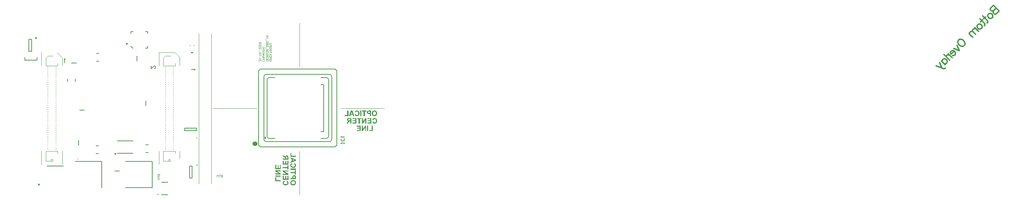
<source format=gbo>
G04 Layer_Color=32896*
%FSAX24Y24*%
%MOIN*%
G70*
G01*
G75*
%ADD10C,0.0049*%
%ADD65C,0.0079*%
%ADD68C,0.0039*%
%ADD70C,0.0394*%
%ADD71C,0.0098*%
%ADD72C,0.0059*%
%ADD78C,0.0100*%
%ADD79C,0.0120*%
G36*
X035319Y013010D02*
X035299Y013004D01*
X035282Y012998D01*
X035269Y012991D01*
X035257Y012984D01*
X035248Y012978D01*
X035242Y012973D01*
X035239Y012969D01*
X035237Y012968D01*
X035229Y012956D01*
X035223Y012944D01*
X035218Y012933D01*
X035215Y012923D01*
X035213Y012913D01*
X035213Y012905D01*
X035212Y012902D01*
Y012900D01*
Y012899D01*
Y012898D01*
X035213Y012888D01*
X035213Y012879D01*
X035218Y012861D01*
X035224Y012846D01*
X035232Y012834D01*
X035239Y012823D01*
X035245Y012816D01*
X035248Y012813D01*
X035250Y012811D01*
X035251Y012810D01*
X035252Y012810D01*
X035260Y012804D01*
X035269Y012799D01*
X035280Y012794D01*
X035291Y012790D01*
X035313Y012784D01*
X035336Y012780D01*
X035347Y012778D01*
X035356Y012777D01*
X035366Y012776D01*
X035374D01*
X035379Y012775D01*
X035389D01*
X035406Y012776D01*
X035421Y012777D01*
X035435Y012778D01*
X035448Y012780D01*
X035460Y012783D01*
X035471Y012786D01*
X035480Y012789D01*
X035489Y012793D01*
X035496Y012796D01*
X035503Y012799D01*
X035508Y012802D01*
X035512Y012804D01*
X035516Y012807D01*
X035518Y012808D01*
X035519Y012810D01*
X035520D01*
X035527Y012816D01*
X035534Y012823D01*
X035539Y012831D01*
X035543Y012839D01*
X035551Y012854D01*
X035556Y012869D01*
X035559Y012881D01*
X035560Y012887D01*
X035560Y012891D01*
X035561Y012896D01*
Y012898D01*
Y012900D01*
Y012901D01*
X035560Y012915D01*
X035557Y012928D01*
X035554Y012940D01*
X035549Y012950D01*
X035545Y012958D01*
X035541Y012964D01*
X035538Y012968D01*
X035538Y012969D01*
X035529Y012979D01*
X035519Y012987D01*
X035508Y012994D01*
X035498Y012999D01*
X035490Y013003D01*
X035483Y013005D01*
X035480Y013006D01*
X035478D01*
X035477Y013007D01*
X035476D01*
X035500Y013108D01*
X035522Y013100D01*
X035540Y013092D01*
X035556Y013084D01*
X035569Y013076D01*
X035579Y013068D01*
X035584Y013065D01*
X035587Y013062D01*
X035589Y013060D01*
X035592Y013057D01*
X035593Y013057D01*
Y013056D01*
X035603Y013045D01*
X035611Y013033D01*
X035619Y013021D01*
X035624Y013009D01*
X035630Y012995D01*
X035635Y012983D01*
X035638Y012971D01*
X035641Y012959D01*
X035643Y012948D01*
X035645Y012938D01*
X035646Y012929D01*
X035647Y012921D01*
X035648Y012915D01*
Y012910D01*
Y012907D01*
Y012906D01*
X035647Y012887D01*
X035645Y012868D01*
X035641Y012851D01*
X035637Y012834D01*
X035632Y012820D01*
X035626Y012805D01*
X035619Y012793D01*
X035613Y012781D01*
X035606Y012770D01*
X035600Y012761D01*
X035594Y012753D01*
X035589Y012747D01*
X035584Y012742D01*
X035581Y012738D01*
X035578Y012736D01*
X035578Y012735D01*
X035564Y012724D01*
X035549Y012714D01*
X035534Y012705D01*
X035518Y012698D01*
X035501Y012691D01*
X035485Y012686D01*
X035469Y012682D01*
X035454Y012678D01*
X035438Y012675D01*
X035425Y012674D01*
X035413Y012672D01*
X035403Y012671D01*
X035394D01*
X035387Y012670D01*
X035382D01*
X035360Y012671D01*
X035339Y012673D01*
X035320Y012676D01*
X035302Y012681D01*
X035285Y012685D01*
X035269Y012691D01*
X035256Y012697D01*
X035243Y012702D01*
X035231Y012708D01*
X035221Y012714D01*
X035213Y012720D01*
X035206Y012724D01*
X035201Y012729D01*
X035196Y012732D01*
X035194Y012734D01*
X035194Y012734D01*
X035181Y012747D01*
X035171Y012760D01*
X035161Y012774D01*
X035154Y012788D01*
X035148Y012802D01*
X035142Y012815D01*
X035137Y012829D01*
X035134Y012841D01*
X035131Y012853D01*
X035129Y012864D01*
X035127Y012874D01*
X035126Y012882D01*
X035126Y012890D01*
X035125Y012895D01*
Y012898D01*
Y012899D01*
X035126Y012915D01*
X035126Y012928D01*
X035129Y012942D01*
X035132Y012955D01*
X035135Y012966D01*
X035137Y012977D01*
X035141Y012987D01*
X035145Y012997D01*
X035149Y013005D01*
X035153Y013012D01*
X035156Y013019D01*
X035159Y013024D01*
X035161Y013028D01*
X035164Y013031D01*
X035164Y013033D01*
X035165Y013033D01*
X035173Y013043D01*
X035182Y013052D01*
X035202Y013068D01*
X035222Y013081D01*
X035242Y013091D01*
X035251Y013095D01*
X035260Y013099D01*
X035268Y013102D01*
X035274Y013105D01*
X035280Y013107D01*
X035285Y013108D01*
X035288Y013109D01*
X035288D01*
X035319Y013010D01*
D02*
G37*
G36*
X035638Y013449D02*
Y013341D01*
X035134Y013146D01*
Y013254D01*
X035248Y013295D01*
Y013498D01*
X035134Y013541D01*
Y013652D01*
X035638Y013449D01*
D02*
G37*
G36*
Y012026D02*
X035553D01*
Y012175D01*
X035134D01*
Y012277D01*
X035553D01*
Y012426D01*
X035638D01*
Y012026D01*
D02*
G37*
G36*
Y012489D02*
X035134D01*
Y012591D01*
X035638D01*
Y012489D01*
D02*
G37*
G36*
X035219Y013810D02*
X035635D01*
Y013708D01*
X035134D01*
Y014064D01*
X035219D01*
Y013810D01*
D02*
G37*
G36*
X034929Y012326D02*
X034590D01*
X034929Y012118D01*
Y012019D01*
X034425D01*
Y012113D01*
X034757D01*
X034425Y012318D01*
Y012420D01*
X034929D01*
Y012326D01*
D02*
G37*
G36*
Y012492D02*
X034844D01*
Y012642D01*
X034425D01*
Y012744D01*
X034844D01*
Y012893D01*
X034929D01*
Y012492D01*
D02*
G37*
G36*
X034610Y011362D02*
X034590Y011356D01*
X034573Y011349D01*
X034560Y011343D01*
X034548Y011336D01*
X034539Y011330D01*
X034533Y011325D01*
X034530Y011321D01*
X034528Y011319D01*
X034520Y011308D01*
X034514Y011296D01*
X034509Y011284D01*
X034506Y011274D01*
X034504Y011265D01*
X034503Y011257D01*
X034503Y011254D01*
Y011252D01*
Y011251D01*
Y011250D01*
X034503Y011240D01*
X034504Y011231D01*
X034509Y011213D01*
X034515Y011198D01*
X034523Y011185D01*
X034530Y011175D01*
X034536Y011168D01*
X034539Y011165D01*
X034541Y011163D01*
X034542Y011162D01*
X034543Y011161D01*
X034551Y011155D01*
X034560Y011150D01*
X034571Y011145D01*
X034581Y011142D01*
X034604Y011136D01*
X034627Y011131D01*
X034638Y011130D01*
X034647Y011129D01*
X034657Y011128D01*
X034665D01*
X034670Y011127D01*
X034680D01*
X034697Y011128D01*
X034712Y011128D01*
X034726Y011130D01*
X034739Y011132D01*
X034751Y011135D01*
X034762Y011138D01*
X034771Y011141D01*
X034780Y011145D01*
X034787Y011147D01*
X034794Y011150D01*
X034799Y011153D01*
X034803Y011156D01*
X034807Y011158D01*
X034809Y011160D01*
X034810Y011161D01*
X034811D01*
X034818Y011168D01*
X034825Y011175D01*
X034830Y011182D01*
X034834Y011190D01*
X034842Y011206D01*
X034847Y011220D01*
X034850Y011233D01*
X034850Y011239D01*
X034851Y011243D01*
X034852Y011247D01*
Y011250D01*
Y011252D01*
Y011252D01*
X034851Y011267D01*
X034848Y011280D01*
X034845Y011292D01*
X034840Y011302D01*
X034836Y011310D01*
X034832Y011316D01*
X034829Y011319D01*
X034829Y011321D01*
X034820Y011330D01*
X034810Y011339D01*
X034799Y011346D01*
X034789Y011351D01*
X034780Y011354D01*
X034774Y011357D01*
X034771Y011358D01*
X034769D01*
X034768Y011359D01*
X034767D01*
X034791Y011459D01*
X034813Y011452D01*
X034831Y011444D01*
X034847Y011435D01*
X034860Y011427D01*
X034870Y011419D01*
X034875Y011416D01*
X034878Y011414D01*
X034880Y011411D01*
X034883Y011409D01*
X034884Y011408D01*
Y011408D01*
X034894Y011397D01*
X034902Y011384D01*
X034910Y011373D01*
X034915Y011360D01*
X034921Y011347D01*
X034926Y011335D01*
X034929Y011322D01*
X034932Y011311D01*
X034934Y011300D01*
X034936Y011290D01*
X034937Y011281D01*
X034938Y011273D01*
X034939Y011266D01*
Y011262D01*
Y011258D01*
Y011258D01*
X034938Y011239D01*
X034936Y011220D01*
X034932Y011203D01*
X034928Y011186D01*
X034923Y011171D01*
X034917Y011157D01*
X034910Y011145D01*
X034904Y011133D01*
X034897Y011122D01*
X034891Y011113D01*
X034885Y011105D01*
X034880Y011099D01*
X034875Y011093D01*
X034872Y011090D01*
X034869Y011088D01*
X034869Y011087D01*
X034855Y011075D01*
X034840Y011066D01*
X034825Y011057D01*
X034809Y011050D01*
X034792Y011043D01*
X034776Y011038D01*
X034760Y011034D01*
X034745Y011030D01*
X034729Y011027D01*
X034716Y011026D01*
X034704Y011024D01*
X034694Y011023D01*
X034685D01*
X034678Y011022D01*
X034673D01*
X034651Y011023D01*
X034630Y011025D01*
X034611Y011028D01*
X034593Y011032D01*
X034576Y011037D01*
X034560Y011042D01*
X034546Y011048D01*
X034534Y011054D01*
X034522Y011060D01*
X034512Y011066D01*
X034504Y011072D01*
X034497Y011076D01*
X034492Y011080D01*
X034487Y011083D01*
X034485Y011085D01*
X034485Y011086D01*
X034472Y011099D01*
X034462Y011112D01*
X034452Y011126D01*
X034445Y011139D01*
X034439Y011153D01*
X034433Y011167D01*
X034428Y011180D01*
X034425Y011193D01*
X034422Y011205D01*
X034420Y011216D01*
X034418Y011226D01*
X034417Y011234D01*
X034417Y011241D01*
X034416Y011247D01*
Y011250D01*
Y011251D01*
X034417Y011266D01*
X034417Y011280D01*
X034420Y011294D01*
X034423Y011306D01*
X034425Y011318D01*
X034428Y011329D01*
X034432Y011339D01*
X034436Y011349D01*
X034440Y011357D01*
X034444Y011364D01*
X034447Y011371D01*
X034450Y011376D01*
X034452Y011380D01*
X034455Y011383D01*
X034455Y011384D01*
X034456Y011385D01*
X034464Y011395D01*
X034473Y011403D01*
X034493Y011419D01*
X034513Y011432D01*
X034533Y011443D01*
X034542Y011447D01*
X034551Y011451D01*
X034559Y011454D01*
X034565Y011457D01*
X034571Y011459D01*
X034576Y011460D01*
X034579Y011461D01*
X034579D01*
X034610Y011362D01*
D02*
G37*
G36*
X034510Y011651D02*
X034647D01*
Y011904D01*
X034732D01*
Y011651D01*
X034844D01*
Y011923D01*
X034929D01*
Y011549D01*
X034425D01*
Y011933D01*
X034510D01*
Y011651D01*
D02*
G37*
G36*
X035504Y011976D02*
X035524Y011973D01*
X035540Y011968D01*
X035554Y011963D01*
X035560Y011960D01*
X035565Y011957D01*
X035570Y011955D01*
X035574Y011952D01*
X035577Y011951D01*
X035579Y011949D01*
X035580Y011948D01*
X035581D01*
X035594Y011936D01*
X035605Y011925D01*
X035613Y011912D01*
X035620Y011901D01*
X035624Y011891D01*
X035628Y011883D01*
X035629Y011880D01*
X035629Y011878D01*
X035630Y011876D01*
Y011876D01*
X035632Y011870D01*
X035633Y011863D01*
X035634Y011854D01*
X035635Y011845D01*
X035636Y011825D01*
X035638Y011804D01*
Y011795D01*
Y011785D01*
X035638Y011777D01*
Y011769D01*
Y011763D01*
Y011759D01*
Y011755D01*
Y011755D01*
Y011591D01*
X035134D01*
Y011693D01*
X035324D01*
Y011760D01*
Y011772D01*
Y011784D01*
X035325Y011795D01*
Y011805D01*
X035326Y011814D01*
X035326Y011823D01*
X035327Y011831D01*
X035328Y011838D01*
Y011844D01*
X035328Y011849D01*
X035329Y011855D01*
X035330Y011858D01*
Y011861D01*
X035331Y011863D01*
Y011864D01*
Y011865D01*
X035334Y011875D01*
X035337Y011884D01*
X035341Y011893D01*
X035345Y011901D01*
X035349Y011908D01*
X035352Y011913D01*
X035354Y011916D01*
X035355Y011917D01*
X035362Y011927D01*
X035370Y011935D01*
X035379Y011943D01*
X035386Y011949D01*
X035393Y011954D01*
X035399Y011957D01*
X035403Y011960D01*
X035404Y011960D01*
X035417Y011966D01*
X035430Y011970D01*
X035444Y011973D01*
X035456Y011976D01*
X035466Y011977D01*
X035471D01*
X035475Y011978D01*
X035483D01*
X035504Y011976D01*
D02*
G37*
G36*
X034221Y012351D02*
X033881D01*
X034221Y012142D01*
Y012044D01*
X033716D01*
Y012138D01*
X034049D01*
X033716Y012343D01*
Y012445D01*
X034221D01*
Y012351D01*
D02*
G37*
G36*
X033802Y012655D02*
X033939D01*
Y012908D01*
X034024D01*
Y012655D01*
X034136D01*
Y012927D01*
X034221D01*
Y012553D01*
X033716D01*
Y012936D01*
X033802D01*
Y012655D01*
D02*
G37*
G36*
Y011521D02*
X034217D01*
Y011419D01*
X033716D01*
Y011775D01*
X033802D01*
Y011521D01*
D02*
G37*
G36*
X034221Y011844D02*
X033716D01*
Y011946D01*
X034221D01*
Y011844D01*
D02*
G37*
G36*
X041717Y016136D02*
X041334D01*
Y016221D01*
X041615D01*
Y016358D01*
X041362D01*
Y016444D01*
X041615D01*
Y016555D01*
X041344D01*
Y016641D01*
X041717D01*
Y016136D01*
D02*
G37*
G36*
X042226D02*
X042132D01*
Y016469D01*
X041927Y016136D01*
X041825D01*
Y016641D01*
X041919D01*
Y016301D01*
X042128Y016641D01*
X042226D01*
Y016136D01*
D02*
G37*
G36*
X035408Y011510D02*
X035429Y011508D01*
X035449Y011505D01*
X035468Y011501D01*
X035484Y011496D01*
X035500Y011490D01*
X035515Y011484D01*
X035527Y011478D01*
X035539Y011471D01*
X035549Y011465D01*
X035558Y011459D01*
X035565Y011454D01*
X035570Y011451D01*
X035575Y011447D01*
X035577Y011445D01*
X035578Y011444D01*
X035590Y011431D01*
X035601Y011417D01*
X035611Y011403D01*
X035619Y011388D01*
X035625Y011373D01*
X035631Y011358D01*
X035635Y011344D01*
X035639Y011330D01*
X035642Y011317D01*
X035644Y011304D01*
X035646Y011293D01*
X035647Y011284D01*
Y011276D01*
X035648Y011271D01*
Y011267D01*
Y011266D01*
X035647Y011244D01*
X035645Y011223D01*
X035641Y011204D01*
X035638Y011188D01*
X035635Y011182D01*
X035634Y011175D01*
X035632Y011170D01*
X035630Y011166D01*
X035629Y011162D01*
X035628Y011159D01*
X035627Y011158D01*
Y011157D01*
X035621Y011144D01*
X035614Y011131D01*
X035606Y011120D01*
X035599Y011111D01*
X035592Y011103D01*
X035586Y011096D01*
X035583Y011093D01*
X035582Y011092D01*
X035581Y011091D01*
X035570Y011081D01*
X035557Y011072D01*
X035546Y011064D01*
X035535Y011057D01*
X035526Y011052D01*
X035519Y011048D01*
X035516Y011047D01*
X035514Y011045D01*
X035513Y011045D01*
X035512D01*
X035492Y011037D01*
X035470Y011032D01*
X035448Y011028D01*
X035428Y011025D01*
X035418Y011024D01*
X035409Y011024D01*
X035402Y011023D01*
X035395D01*
X035390Y011022D01*
X035382D01*
X035361Y011023D01*
X035339Y011025D01*
X035320Y011028D01*
X035301Y011032D01*
X035285Y011037D01*
X035269Y011043D01*
X035255Y011049D01*
X035242Y011056D01*
X035231Y011061D01*
X035221Y011067D01*
X035213Y011073D01*
X035205Y011078D01*
X035200Y011083D01*
X035196Y011085D01*
X035194Y011088D01*
X035193Y011088D01*
X035180Y011102D01*
X035170Y011115D01*
X035161Y011129D01*
X035153Y011145D01*
X035147Y011159D01*
X035141Y011174D01*
X035137Y011188D01*
X035133Y011203D01*
X035130Y011216D01*
X035128Y011228D01*
X035126Y011239D01*
X035126Y011249D01*
X035125Y011256D01*
X035124Y011262D01*
Y011266D01*
Y011267D01*
X035125Y011287D01*
X035127Y011306D01*
X035131Y011325D01*
X035135Y011341D01*
X035140Y011357D01*
X035146Y011372D01*
X035152Y011385D01*
X035159Y011397D01*
X035165Y011408D01*
X035171Y011417D01*
X035177Y011425D01*
X035182Y011432D01*
X035186Y011438D01*
X035190Y011441D01*
X035192Y011443D01*
X035193Y011444D01*
X035207Y011456D01*
X035221Y011466D01*
X035237Y011475D01*
X035252Y011483D01*
X035268Y011489D01*
X035284Y011495D01*
X035300Y011500D01*
X035315Y011503D01*
X035329Y011505D01*
X035343Y011508D01*
X035355Y011509D01*
X035365Y011510D01*
X035374D01*
X035380Y011511D01*
X035385D01*
X035408Y011510D01*
D02*
G37*
G36*
X042426Y016136D02*
X042324D01*
Y016641D01*
X042426D01*
Y016136D01*
D02*
G37*
G36*
X042851D02*
X042495D01*
Y016221D01*
X042749D01*
Y016637D01*
X042851D01*
Y016136D01*
D02*
G37*
G36*
X034510Y013061D02*
X034647D01*
Y013314D01*
X034732D01*
Y013061D01*
X034844D01*
Y013333D01*
X034929D01*
Y012959D01*
X034425D01*
Y013342D01*
X034510D01*
Y013061D01*
D02*
G37*
G36*
X042721Y016844D02*
X042338D01*
Y016930D01*
X042619D01*
Y017067D01*
X042366D01*
Y017152D01*
X042619D01*
Y017264D01*
X042347D01*
Y017349D01*
X042721D01*
Y016844D01*
D02*
G37*
G36*
X043032Y017358D02*
X043050Y017355D01*
X043067Y017352D01*
X043084Y017347D01*
X043099Y017342D01*
X043113Y017337D01*
X043126Y017330D01*
X043137Y017323D01*
X043148Y017317D01*
X043157Y017310D01*
X043165Y017304D01*
X043171Y017299D01*
X043177Y017295D01*
X043180Y017291D01*
X043182Y017289D01*
X043183Y017288D01*
X043195Y017275D01*
X043204Y017260D01*
X043213Y017245D01*
X043220Y017229D01*
X043227Y017212D01*
X043232Y017196D01*
X043236Y017180D01*
X043240Y017164D01*
X043243Y017149D01*
X043244Y017136D01*
X043246Y017124D01*
X043247Y017113D01*
Y017105D01*
X043248Y017098D01*
Y017094D01*
Y017093D01*
Y017092D01*
X043247Y017070D01*
X043245Y017050D01*
X043242Y017030D01*
X043238Y017013D01*
X043233Y016996D01*
X043228Y016980D01*
X043222Y016966D01*
X043216Y016954D01*
X043210Y016942D01*
X043204Y016932D01*
X043198Y016924D01*
X043194Y016917D01*
X043190Y016911D01*
X043187Y016907D01*
X043185Y016905D01*
X043184Y016904D01*
X043171Y016892D01*
X043158Y016882D01*
X043145Y016872D01*
X043131Y016865D01*
X043117Y016858D01*
X043103Y016852D01*
X043090Y016848D01*
X043077Y016844D01*
X043065Y016842D01*
X043054Y016839D01*
X043044Y016838D01*
X043036Y016837D01*
X043029Y016836D01*
X043024Y016836D01*
X043019D01*
X043004Y016836D01*
X042990Y016837D01*
X042976Y016839D01*
X042964Y016842D01*
X042952Y016845D01*
X042941Y016848D01*
X042931Y016852D01*
X042921Y016856D01*
X042913Y016860D01*
X042906Y016863D01*
X042900Y016866D01*
X042894Y016869D01*
X042890Y016872D01*
X042887Y016874D01*
X042886Y016875D01*
X042885Y016876D01*
X042876Y016884D01*
X042867Y016893D01*
X042851Y016912D01*
X042838Y016933D01*
X042827Y016952D01*
X042823Y016962D01*
X042819Y016971D01*
X042816Y016979D01*
X042814Y016985D01*
X042811Y016991D01*
X042810Y016995D01*
X042809Y016998D01*
Y016999D01*
X042908Y017030D01*
X042914Y017010D01*
X042921Y016993D01*
X042927Y016979D01*
X042935Y016968D01*
X042940Y016959D01*
X042945Y016953D01*
X042949Y016949D01*
X042951Y016948D01*
X042962Y016939D01*
X042974Y016933D01*
X042986Y016929D01*
X042996Y016925D01*
X043005Y016924D01*
X043013Y016923D01*
X043016Y016922D01*
X043020D01*
X043030Y016923D01*
X043040Y016924D01*
X043057Y016929D01*
X043072Y016935D01*
X043085Y016943D01*
X043095Y016950D01*
X043102Y016956D01*
X043105Y016959D01*
X043107Y016961D01*
X043108Y016962D01*
X043109Y016963D01*
X043115Y016971D01*
X043120Y016980D01*
X043125Y016990D01*
X043128Y017001D01*
X043134Y017024D01*
X043139Y017046D01*
X043140Y017057D01*
X043141Y017067D01*
X043142Y017076D01*
Y017084D01*
X043143Y017090D01*
Y017095D01*
Y017099D01*
Y017100D01*
X043142Y017116D01*
X043142Y017132D01*
X043140Y017146D01*
X043138Y017159D01*
X043135Y017170D01*
X043132Y017181D01*
X043129Y017191D01*
X043126Y017199D01*
X043123Y017207D01*
X043120Y017213D01*
X043117Y017218D01*
X043114Y017223D01*
X043112Y017226D01*
X043110Y017229D01*
X043109Y017230D01*
Y017231D01*
X043102Y017238D01*
X043095Y017245D01*
X043088Y017250D01*
X043080Y017254D01*
X043064Y017261D01*
X043050Y017267D01*
X043037Y017269D01*
X043032Y017270D01*
X043027Y017271D01*
X043023Y017272D01*
X043018D01*
X043003Y017271D01*
X042990Y017268D01*
X042978Y017264D01*
X042968Y017260D01*
X042960Y017256D01*
X042954Y017252D01*
X042951Y017249D01*
X042949Y017248D01*
X042940Y017240D01*
X042931Y017229D01*
X042924Y017219D01*
X042919Y017209D01*
X042916Y017200D01*
X042913Y017194D01*
X042912Y017191D01*
Y017189D01*
X042911Y017188D01*
Y017187D01*
X042811Y017211D01*
X042818Y017232D01*
X042826Y017250D01*
X042835Y017267D01*
X042843Y017280D01*
X042851Y017290D01*
X042854Y017294D01*
X042857Y017298D01*
X042859Y017300D01*
X042861Y017302D01*
X042862Y017304D01*
X042862D01*
X042873Y017313D01*
X042886Y017322D01*
X042897Y017329D01*
X042910Y017335D01*
X042923Y017341D01*
X042935Y017345D01*
X042948Y017349D01*
X042959Y017352D01*
X042970Y017354D01*
X042980Y017355D01*
X042989Y017357D01*
X042997Y017358D01*
X043004Y017358D01*
X043013D01*
X043032Y017358D01*
D02*
G37*
G36*
X042679Y017553D02*
X042577D01*
Y017744D01*
X042486D01*
X042475Y017744D01*
X042465D01*
X042456Y017745D01*
X042447Y017746D01*
X042439Y017747D01*
X042432Y017747D01*
X042426D01*
X042421Y017748D01*
X042416Y017749D01*
X042412Y017750D01*
X042409D01*
X042407Y017750D01*
X042405D01*
X042395Y017753D01*
X042386Y017757D01*
X042377Y017760D01*
X042369Y017765D01*
X042362Y017769D01*
X042357Y017771D01*
X042354Y017774D01*
X042353Y017774D01*
X042343Y017782D01*
X042335Y017790D01*
X042327Y017798D01*
X042321Y017806D01*
X042316Y017813D01*
X042313Y017819D01*
X042311Y017822D01*
X042310Y017824D01*
X042304Y017836D01*
X042300Y017849D01*
X042297Y017863D01*
X042295Y017876D01*
X042293Y017886D01*
Y017891D01*
X042292Y017895D01*
Y017898D01*
Y017900D01*
Y017902D01*
Y017903D01*
X042294Y017924D01*
X042297Y017943D01*
X042302Y017960D01*
X042307Y017974D01*
X042310Y017980D01*
X042313Y017985D01*
X042315Y017989D01*
X042318Y017994D01*
X042319Y017997D01*
X042321Y017999D01*
X042322Y018000D01*
Y018000D01*
X042334Y018013D01*
X042346Y018024D01*
X042358Y018033D01*
X042369Y018040D01*
X042379Y018044D01*
X042387Y018048D01*
X042390Y018048D01*
X042392Y018049D01*
X042394Y018050D01*
X042394D01*
X042400Y018051D01*
X042407Y018053D01*
X042416Y018054D01*
X042425Y018054D01*
X042445Y018056D01*
X042466Y018057D01*
X042485D01*
X042493Y018058D01*
X042679D01*
Y017553D01*
D02*
G37*
G36*
X041383Y018067D02*
X041402Y018064D01*
X041419Y018061D01*
X041436Y018056D01*
X041450Y018051D01*
X041465Y018046D01*
X041477Y018039D01*
X041489Y018032D01*
X041500Y018026D01*
X041509Y018019D01*
X041517Y018013D01*
X041523Y018008D01*
X041528Y018004D01*
X041532Y018000D01*
X041534Y017998D01*
X041535Y017997D01*
X041547Y017984D01*
X041556Y017969D01*
X041565Y017954D01*
X041572Y017938D01*
X041579Y017921D01*
X041584Y017905D01*
X041588Y017889D01*
X041592Y017873D01*
X041595Y017858D01*
X041596Y017845D01*
X041598Y017833D01*
X041599Y017822D01*
Y017814D01*
X041600Y017807D01*
Y017803D01*
Y017802D01*
Y017801D01*
X041599Y017779D01*
X041597Y017759D01*
X041594Y017739D01*
X041590Y017722D01*
X041585Y017705D01*
X041579Y017689D01*
X041574Y017675D01*
X041568Y017663D01*
X041562Y017651D01*
X041556Y017641D01*
X041550Y017633D01*
X041546Y017626D01*
X041541Y017621D01*
X041539Y017616D01*
X041536Y017614D01*
X041536Y017613D01*
X041523Y017601D01*
X041510Y017591D01*
X041496Y017581D01*
X041482Y017574D01*
X041469Y017567D01*
X041455Y017561D01*
X041442Y017557D01*
X041429Y017553D01*
X041417Y017551D01*
X041406Y017548D01*
X041396Y017547D01*
X041388Y017546D01*
X041380Y017545D01*
X041375Y017545D01*
X041371D01*
X041356Y017545D01*
X041342Y017546D01*
X041328Y017548D01*
X041315Y017551D01*
X041304Y017554D01*
X041293Y017557D01*
X041283Y017561D01*
X041273Y017565D01*
X041265Y017569D01*
X041258Y017572D01*
X041251Y017575D01*
X041246Y017578D01*
X041242Y017581D01*
X041239Y017583D01*
X041237Y017584D01*
X041237Y017585D01*
X041227Y017593D01*
X041219Y017602D01*
X041202Y017621D01*
X041189Y017642D01*
X041179Y017661D01*
X041175Y017671D01*
X041171Y017680D01*
X041168Y017688D01*
X041165Y017694D01*
X041163Y017700D01*
X041162Y017704D01*
X041161Y017707D01*
Y017708D01*
X041260Y017739D01*
X041266Y017719D01*
X041272Y017702D01*
X041279Y017688D01*
X041286Y017677D01*
X041292Y017668D01*
X041297Y017662D01*
X041301Y017658D01*
X041302Y017657D01*
X041314Y017648D01*
X041326Y017642D01*
X041337Y017638D01*
X041348Y017634D01*
X041357Y017633D01*
X041365Y017632D01*
X041368Y017631D01*
X041372D01*
X041382Y017632D01*
X041391Y017633D01*
X041409Y017638D01*
X041424Y017644D01*
X041436Y017652D01*
X041447Y017659D01*
X041454Y017665D01*
X041457Y017668D01*
X041459Y017670D01*
X041460Y017671D01*
X041461Y017672D01*
X041466Y017680D01*
X041471Y017689D01*
X041477Y017699D01*
X041480Y017710D01*
X041486Y017733D01*
X041490Y017755D01*
X041492Y017766D01*
X041493Y017776D01*
X041494Y017785D01*
Y017793D01*
X041495Y017799D01*
Y017804D01*
Y017808D01*
Y017809D01*
X041494Y017825D01*
X041493Y017841D01*
X041492Y017855D01*
X041490Y017868D01*
X041487Y017879D01*
X041484Y017890D01*
X041481Y017900D01*
X041477Y017908D01*
X041474Y017916D01*
X041471Y017922D01*
X041469Y017927D01*
X041466Y017932D01*
X041463Y017935D01*
X041462Y017938D01*
X041461Y017939D01*
Y017940D01*
X041454Y017947D01*
X041447Y017954D01*
X041439Y017959D01*
X041431Y017963D01*
X041416Y017970D01*
X041401Y017976D01*
X041389Y017978D01*
X041383Y017979D01*
X041379Y017980D01*
X041375Y017981D01*
X041369D01*
X041355Y017980D01*
X041342Y017977D01*
X041330Y017973D01*
X041320Y017969D01*
X041312Y017965D01*
X041306Y017961D01*
X041302Y017958D01*
X041301Y017957D01*
X041291Y017949D01*
X041283Y017938D01*
X041276Y017928D01*
X041271Y017918D01*
X041267Y017909D01*
X041265Y017903D01*
X041264Y017900D01*
Y017898D01*
X041263Y017897D01*
Y017896D01*
X041162Y017920D01*
X041170Y017941D01*
X041178Y017960D01*
X041186Y017976D01*
X041194Y017989D01*
X041202Y017999D01*
X041205Y018003D01*
X041208Y018007D01*
X041210Y018009D01*
X041213Y018011D01*
X041213Y018013D01*
X041214D01*
X041225Y018022D01*
X041237Y018031D01*
X041249Y018038D01*
X041262Y018044D01*
X041275Y018050D01*
X041287Y018054D01*
X041299Y018058D01*
X041311Y018061D01*
X041322Y018063D01*
X041332Y018064D01*
X041341Y018066D01*
X041349Y018067D01*
X041356Y018067D01*
X041364D01*
X041383Y018067D01*
D02*
G37*
G36*
X040841Y016844D02*
X040739D01*
Y017055D01*
X040706D01*
X040696Y017054D01*
X040687Y017054D01*
X040680Y017052D01*
X040674Y017051D01*
X040670Y017050D01*
X040668Y017049D01*
X040667D01*
X040662Y017046D01*
X040656Y017043D01*
X040651Y017040D01*
X040645Y017037D01*
X040642Y017033D01*
X040639Y017030D01*
X040637Y017029D01*
X040637Y017028D01*
X040634Y017025D01*
X040630Y017021D01*
X040622Y017010D01*
X040613Y016998D01*
X040604Y016985D01*
X040596Y016973D01*
X040592Y016968D01*
X040589Y016963D01*
X040586Y016960D01*
X040584Y016957D01*
X040584Y016955D01*
X040583Y016954D01*
X040510Y016844D01*
X040387D01*
X040449Y016943D01*
X040456Y016953D01*
X040463Y016963D01*
X040468Y016972D01*
X040474Y016980D01*
X040479Y016987D01*
X040484Y016995D01*
X040492Y017006D01*
X040499Y017014D01*
X040503Y017020D01*
X040507Y017024D01*
X040508Y017025D01*
X040516Y017033D01*
X040525Y017041D01*
X040534Y017048D01*
X040543Y017054D01*
X040550Y017059D01*
X040556Y017063D01*
X040560Y017066D01*
X040561Y017067D01*
X040562D01*
X040549Y017069D01*
X040538Y017072D01*
X040528Y017075D01*
X040518Y017078D01*
X040509Y017082D01*
X040501Y017086D01*
X040493Y017089D01*
X040487Y017094D01*
X040481Y017097D01*
X040476Y017101D01*
X040471Y017105D01*
X040468Y017108D01*
X040465Y017110D01*
X040463Y017112D01*
X040463Y017113D01*
X040462Y017113D01*
X040456Y017121D01*
X040451Y017128D01*
X040442Y017144D01*
X040436Y017159D01*
X040433Y017175D01*
X040430Y017188D01*
X040429Y017193D01*
Y017198D01*
X040428Y017202D01*
Y017205D01*
Y017207D01*
Y017207D01*
X040429Y017224D01*
X040432Y017239D01*
X040436Y017252D01*
X040439Y017264D01*
X040444Y017273D01*
X040447Y017280D01*
X040449Y017283D01*
X040450Y017285D01*
X040451Y017285D01*
Y017286D01*
X040460Y017299D01*
X040469Y017309D01*
X040479Y017317D01*
X040488Y017324D01*
X040497Y017328D01*
X040503Y017332D01*
X040508Y017334D01*
X040508Y017335D01*
X040509D01*
X040516Y017337D01*
X040524Y017339D01*
X040543Y017343D01*
X040562Y017345D01*
X040581Y017347D01*
X040591D01*
X040599Y017348D01*
X040607D01*
X040613Y017349D01*
X040841D01*
Y016844D01*
D02*
G37*
G36*
X041311D02*
X040928D01*
Y016930D01*
X041209D01*
Y017067D01*
X040956D01*
Y017152D01*
X041209D01*
Y017264D01*
X040937D01*
Y017349D01*
X041311D01*
Y016844D01*
D02*
G37*
G36*
X041778Y017264D02*
X041628D01*
Y016844D01*
X041526D01*
Y017264D01*
X041377D01*
Y017349D01*
X041778D01*
Y017264D01*
D02*
G37*
G36*
X042244Y017973D02*
X042095D01*
Y017553D01*
X041993D01*
Y017973D01*
X041844D01*
Y018058D01*
X042244D01*
Y017973D01*
D02*
G37*
G36*
X040562Y017553D02*
X040206D01*
Y017639D01*
X040460D01*
Y018054D01*
X040562D01*
Y017553D01*
D02*
G37*
G36*
X043026Y018067D02*
X043048Y018064D01*
X043066Y018061D01*
X043082Y018057D01*
X043088Y018055D01*
X043095Y018054D01*
X043100Y018052D01*
X043104Y018050D01*
X043108Y018049D01*
X043111Y018048D01*
X043112Y018047D01*
X043113D01*
X043126Y018041D01*
X043139Y018034D01*
X043150Y018026D01*
X043159Y018019D01*
X043167Y018012D01*
X043174Y018006D01*
X043177Y018003D01*
X043178Y018002D01*
X043179Y018001D01*
X043189Y017989D01*
X043198Y017977D01*
X043206Y017966D01*
X043213Y017955D01*
X043218Y017946D01*
X043223Y017938D01*
X043223Y017935D01*
X043225Y017933D01*
X043225Y017933D01*
Y017932D01*
X043233Y017911D01*
X043239Y017890D01*
X043242Y017868D01*
X043245Y017847D01*
X043246Y017838D01*
X043247Y017829D01*
X043247Y017822D01*
Y017815D01*
X043248Y017809D01*
Y017806D01*
Y017803D01*
Y017802D01*
X043247Y017780D01*
X043245Y017759D01*
X043242Y017739D01*
X043238Y017721D01*
X043233Y017704D01*
X043227Y017689D01*
X043221Y017674D01*
X043215Y017662D01*
X043209Y017650D01*
X043203Y017641D01*
X043197Y017632D01*
X043192Y017625D01*
X043188Y017620D01*
X043185Y017615D01*
X043182Y017613D01*
X043182Y017613D01*
X043169Y017600D01*
X043155Y017590D01*
X043141Y017580D01*
X043126Y017573D01*
X043111Y017567D01*
X043096Y017561D01*
X043082Y017556D01*
X043067Y017553D01*
X043054Y017550D01*
X043042Y017548D01*
X043031Y017546D01*
X043021Y017545D01*
X043014Y017545D01*
X043008Y017544D01*
X043003D01*
X042983Y017545D01*
X042964Y017547D01*
X042945Y017551D01*
X042929Y017555D01*
X042913Y017560D01*
X042898Y017566D01*
X042885Y017572D01*
X042873Y017578D01*
X042862Y017585D01*
X042853Y017591D01*
X042845Y017596D01*
X042838Y017602D01*
X042832Y017606D01*
X042829Y017610D01*
X042827Y017612D01*
X042826Y017613D01*
X042814Y017626D01*
X042804Y017641D01*
X042795Y017656D01*
X042787Y017672D01*
X042781Y017688D01*
X042775Y017704D01*
X042771Y017720D01*
X042767Y017735D01*
X042765Y017749D01*
X042763Y017763D01*
X042761Y017774D01*
X042760Y017785D01*
Y017793D01*
X042759Y017800D01*
Y017804D01*
Y017805D01*
X042760Y017828D01*
X042762Y017849D01*
X042765Y017868D01*
X042769Y017887D01*
X042774Y017904D01*
X042780Y017920D01*
X042786Y017935D01*
X042792Y017947D01*
X042799Y017959D01*
X042805Y017969D01*
X042811Y017978D01*
X042816Y017985D01*
X042819Y017990D01*
X042823Y017995D01*
X042825Y017997D01*
X042826Y017997D01*
X042839Y018010D01*
X042853Y018021D01*
X042867Y018030D01*
X042882Y018038D01*
X042897Y018045D01*
X042912Y018051D01*
X042927Y018055D01*
X042940Y018059D01*
X042954Y018062D01*
X042966Y018064D01*
X042977Y018065D01*
X042986Y018067D01*
X042994D01*
X042999Y018067D01*
X043005D01*
X043026Y018067D01*
D02*
G37*
G36*
X034523Y013821D02*
X034533Y013814D01*
X034544Y013808D01*
X034552Y013802D01*
X034560Y013796D01*
X034568Y013791D01*
X034575Y013786D01*
X034586Y013778D01*
X034595Y013771D01*
X034600Y013767D01*
X034604Y013763D01*
X034605Y013762D01*
X034614Y013754D01*
X034622Y013745D01*
X034628Y013736D01*
X034635Y013727D01*
X034640Y013720D01*
X034643Y013714D01*
X034646Y013710D01*
X034647Y013709D01*
Y013708D01*
X034649Y013721D01*
X034652Y013732D01*
X034655Y013742D01*
X034659Y013752D01*
X034662Y013761D01*
X034666Y013769D01*
X034670Y013777D01*
X034674Y013784D01*
X034678Y013789D01*
X034681Y013794D01*
X034685Y013799D01*
X034688Y013802D01*
X034690Y013805D01*
X034692Y013807D01*
X034693Y013808D01*
X034694Y013808D01*
X034701Y013814D01*
X034708Y013819D01*
X034724Y013828D01*
X034740Y013834D01*
X034755Y013837D01*
X034768Y013840D01*
X034773Y013841D01*
X034778D01*
X034782Y013842D01*
X034788D01*
X034804Y013841D01*
X034819Y013838D01*
X034832Y013835D01*
X034844Y013831D01*
X034853Y013827D01*
X034861Y013823D01*
X034863Y013821D01*
X034865Y013820D01*
X034866Y013819D01*
X034867D01*
X034879Y013810D01*
X034889Y013801D01*
X034897Y013792D01*
X034904Y013782D01*
X034909Y013773D01*
X034912Y013767D01*
X034915Y013762D01*
X034915Y013762D01*
Y013761D01*
X034918Y013754D01*
X034920Y013746D01*
X034923Y013727D01*
X034926Y013708D01*
X034928Y013689D01*
Y013679D01*
X034928Y013671D01*
Y013663D01*
X034929Y013657D01*
Y013652D01*
Y013647D01*
Y013644D01*
Y013644D01*
Y013429D01*
X034425D01*
Y013531D01*
X034635D01*
Y013552D01*
Y013564D01*
X034635Y013574D01*
X034634Y013583D01*
X034633Y013590D01*
X034632Y013596D01*
X034630Y013600D01*
X034630Y013602D01*
Y013603D01*
X034627Y013609D01*
X034624Y013614D01*
X034620Y013619D01*
X034617Y013625D01*
X034614Y013628D01*
X034611Y013631D01*
X034609Y013633D01*
X034608Y013633D01*
X034605Y013636D01*
X034601Y013640D01*
X034590Y013648D01*
X034579Y013657D01*
X034565Y013666D01*
X034554Y013674D01*
X034548Y013678D01*
X034544Y013681D01*
X034540Y013684D01*
X034537Y013686D01*
X034535Y013687D01*
X034534Y013687D01*
X034425Y013760D01*
Y013883D01*
X034523Y013821D01*
D02*
G37*
G36*
X041781Y017553D02*
X041679D01*
Y018058D01*
X041781D01*
Y017553D01*
D02*
G37*
G36*
X042251Y016844D02*
X042157D01*
Y017177D01*
X041952Y016844D01*
X041850D01*
Y017349D01*
X041944D01*
Y017009D01*
X042152Y017349D01*
X042251D01*
Y016844D01*
D02*
G37*
G36*
X041124Y017553D02*
X041017D01*
X040975Y017668D01*
X040772D01*
X040729Y017553D01*
X040619D01*
X040821Y018058D01*
X040929D01*
X041124Y017553D01*
D02*
G37*
%LPC*%
G36*
X035334Y013465D02*
Y013326D01*
X035521Y013394D01*
X035334Y013465D01*
D02*
G37*
G36*
X035485Y011873D02*
X035481D01*
X035473Y011872D01*
X035465Y011871D01*
X035459Y011869D01*
X035453Y011867D01*
X035448Y011865D01*
X035444Y011863D01*
X035442Y011862D01*
X035441Y011861D01*
X035436Y011857D01*
X035430Y011851D01*
X035426Y011846D01*
X035422Y011841D01*
X035420Y011836D01*
X035418Y011833D01*
X035417Y011830D01*
X035417Y011829D01*
X035415Y011825D01*
X035414Y011820D01*
X035412Y011808D01*
X035411Y011795D01*
X035410Y011782D01*
Y011769D01*
X035409Y011763D01*
Y011758D01*
Y011755D01*
Y011752D01*
Y011750D01*
Y011749D01*
Y011693D01*
X035553D01*
Y011742D01*
Y011753D01*
Y011761D01*
Y011769D01*
X035552Y011777D01*
Y011783D01*
X035551Y011790D01*
Y011799D01*
X035551Y011806D01*
X035550Y011812D01*
X035549Y011814D01*
Y011815D01*
X035547Y011824D01*
X035544Y011832D01*
X035541Y011839D01*
X035536Y011845D01*
X035533Y011849D01*
X035530Y011853D01*
X035527Y011855D01*
X035527Y011856D01*
X035519Y011862D01*
X035512Y011866D01*
X035504Y011868D01*
X035497Y011871D01*
X035490Y011872D01*
X035485Y011873D01*
D02*
G37*
G36*
X035395Y011406D02*
X035387D01*
X035371Y011406D01*
X035356Y011405D01*
X035342Y011403D01*
X035330Y011400D01*
X035317Y011397D01*
X035307Y011394D01*
X035297Y011390D01*
X035288Y011387D01*
X035280Y011383D01*
X035274Y011379D01*
X035268Y011376D01*
X035263Y011373D01*
X035259Y011371D01*
X035257Y011368D01*
X035256Y011368D01*
X035255Y011367D01*
X035247Y011360D01*
X035240Y011352D01*
X035234Y011343D01*
X035229Y011335D01*
X035226Y011326D01*
X035222Y011318D01*
X035217Y011302D01*
X035213Y011288D01*
X035213Y011282D01*
X035212Y011277D01*
X035211Y011273D01*
Y011270D01*
Y011268D01*
Y011267D01*
X035212Y011256D01*
X035213Y011245D01*
X035215Y011235D01*
X035218Y011225D01*
X035225Y011208D01*
X035234Y011194D01*
X035237Y011188D01*
X035242Y011182D01*
X035245Y011177D01*
X035249Y011174D01*
X035251Y011171D01*
X035253Y011169D01*
X035255Y011167D01*
X035256Y011166D01*
X035264Y011160D01*
X035274Y011153D01*
X035284Y011148D01*
X035295Y011144D01*
X035316Y011136D01*
X035337Y011132D01*
X035347Y011131D01*
X035356Y011129D01*
X035365Y011128D01*
X035372Y011128D01*
X035378Y011127D01*
X035386D01*
X035402Y011128D01*
X035417Y011128D01*
X035430Y011131D01*
X035444Y011133D01*
X035455Y011136D01*
X035466Y011139D01*
X035476Y011142D01*
X035484Y011146D01*
X035492Y011150D01*
X035499Y011153D01*
X035504Y011156D01*
X035509Y011159D01*
X035513Y011161D01*
X035515Y011163D01*
X035517Y011164D01*
X035517Y011165D01*
X035525Y011172D01*
X035532Y011180D01*
X035538Y011189D01*
X035543Y011197D01*
X035547Y011206D01*
X035550Y011214D01*
X035556Y011231D01*
X035559Y011245D01*
X035560Y011251D01*
X035560Y011257D01*
X035561Y011261D01*
Y011264D01*
Y011266D01*
Y011267D01*
X035560Y011279D01*
X035559Y011290D01*
X035557Y011300D01*
X035554Y011309D01*
X035547Y011326D01*
X035543Y011334D01*
X035540Y011341D01*
X035535Y011347D01*
X035532Y011352D01*
X035528Y011357D01*
X035525Y011361D01*
X035522Y011364D01*
X035520Y011366D01*
X035519Y011367D01*
X035518Y011368D01*
X035509Y011374D01*
X035500Y011381D01*
X035490Y011386D01*
X035479Y011390D01*
X035457Y011397D01*
X035436Y011401D01*
X035427Y011403D01*
X035417Y011404D01*
X035409Y011405D01*
X035402Y011406D01*
X035395Y011406D01*
D02*
G37*
G36*
X042577Y017973D02*
X042501D01*
X042494Y017972D01*
X042487D01*
X042480Y017971D01*
X042471D01*
X042464Y017970D01*
X042459Y017970D01*
X042456Y017969D01*
X042455D01*
X042446Y017967D01*
X042438Y017964D01*
X042431Y017960D01*
X042425Y017956D01*
X042421Y017952D01*
X042417Y017949D01*
X042415Y017947D01*
X042414Y017946D01*
X042408Y017939D01*
X042405Y017932D01*
X042402Y017924D01*
X042399Y017917D01*
X042398Y017910D01*
X042397Y017905D01*
Y017902D01*
Y017900D01*
X042398Y017892D01*
X042399Y017885D01*
X042401Y017879D01*
X042403Y017873D01*
X042405Y017868D01*
X042407Y017864D01*
X042408Y017862D01*
X042409Y017861D01*
X042413Y017855D01*
X042419Y017850D01*
X042424Y017846D01*
X042429Y017842D01*
X042434Y017840D01*
X042437Y017838D01*
X042440Y017837D01*
X042441Y017836D01*
X042445Y017835D01*
X042451Y017834D01*
X042462Y017832D01*
X042475Y017830D01*
X042488Y017830D01*
X042502D01*
X042507Y017829D01*
X042577D01*
Y017973D01*
D02*
G37*
G36*
X040739Y017264D02*
X040622D01*
X040616Y017263D01*
X040600D01*
X040593Y017262D01*
X040589D01*
X040586Y017261D01*
X040586D01*
X040577Y017259D01*
X040569Y017256D01*
X040562Y017253D01*
X040557Y017250D01*
X040553Y017246D01*
X040549Y017244D01*
X040548Y017242D01*
X040547Y017241D01*
X040543Y017235D01*
X040539Y017228D01*
X040537Y017221D01*
X040535Y017215D01*
X040534Y017209D01*
X040533Y017205D01*
Y017202D01*
Y017200D01*
X040534Y017192D01*
X040535Y017185D01*
X040537Y017178D01*
X040538Y017172D01*
X040541Y017168D01*
X040543Y017165D01*
X040543Y017163D01*
X040544Y017162D01*
X040549Y017157D01*
X040553Y017153D01*
X040562Y017146D01*
X040566Y017144D01*
X040570Y017143D01*
X040572Y017141D01*
X040573D01*
X040576Y017140D01*
X040582Y017139D01*
X040588Y017138D01*
X040594Y017137D01*
X040610Y017137D01*
X040625Y017136D01*
X040640Y017135D01*
X040739D01*
Y017264D01*
D02*
G37*
G36*
X043009Y017981D02*
X043003D01*
X042991Y017980D01*
X042980Y017978D01*
X042970Y017977D01*
X042961Y017974D01*
X042944Y017967D01*
X042936Y017963D01*
X042929Y017960D01*
X042923Y017955D01*
X042918Y017952D01*
X042913Y017948D01*
X042909Y017944D01*
X042906Y017941D01*
X042904Y017940D01*
X042903Y017938D01*
X042902Y017938D01*
X042896Y017929D01*
X042889Y017919D01*
X042884Y017910D01*
X042880Y017899D01*
X042873Y017877D01*
X042869Y017856D01*
X042867Y017847D01*
X042866Y017837D01*
X042865Y017829D01*
X042865Y017822D01*
X042864Y017815D01*
Y017811D01*
Y017808D01*
Y017807D01*
X042865Y017791D01*
X042865Y017776D01*
X042867Y017762D01*
X042870Y017750D01*
X042873Y017737D01*
X042876Y017726D01*
X042880Y017717D01*
X042884Y017708D01*
X042887Y017700D01*
X042891Y017693D01*
X042894Y017688D01*
X042897Y017682D01*
X042900Y017679D01*
X042902Y017677D01*
X042902Y017675D01*
X042903Y017674D01*
X042910Y017666D01*
X042919Y017660D01*
X042927Y017654D01*
X042935Y017649D01*
X042944Y017645D01*
X042952Y017642D01*
X042968Y017637D01*
X042982Y017633D01*
X042988Y017632D01*
X042993Y017631D01*
X042997Y017631D01*
X043003D01*
X043014Y017631D01*
X043025Y017633D01*
X043035Y017635D01*
X043045Y017638D01*
X043062Y017645D01*
X043076Y017653D01*
X043083Y017657D01*
X043088Y017661D01*
X043093Y017665D01*
X043096Y017669D01*
X043099Y017671D01*
X043102Y017673D01*
X043103Y017674D01*
X043104Y017675D01*
X043110Y017684D01*
X043117Y017693D01*
X043122Y017704D01*
X043126Y017715D01*
X043134Y017736D01*
X043138Y017757D01*
X043139Y017767D01*
X043141Y017776D01*
X043142Y017785D01*
X043142Y017792D01*
X043143Y017798D01*
Y017802D01*
Y017805D01*
Y017806D01*
X043142Y017822D01*
X043142Y017836D01*
X043139Y017850D01*
X043137Y017863D01*
X043134Y017875D01*
X043131Y017886D01*
X043128Y017895D01*
X043124Y017904D01*
X043120Y017912D01*
X043117Y017919D01*
X043114Y017924D01*
X043111Y017929D01*
X043109Y017933D01*
X043107Y017935D01*
X043106Y017936D01*
X043105Y017937D01*
X043098Y017945D01*
X043090Y017952D01*
X043081Y017957D01*
X043073Y017962D01*
X043064Y017967D01*
X043056Y017970D01*
X043040Y017976D01*
X043025Y017978D01*
X043019Y017979D01*
X043013Y017980D01*
X043009Y017981D01*
D02*
G37*
G36*
X034785Y013737D02*
X034780D01*
X034772Y013736D01*
X034765Y013735D01*
X034759Y013733D01*
X034753Y013732D01*
X034748Y013730D01*
X034746Y013727D01*
X034743Y013727D01*
X034743Y013726D01*
X034737Y013722D01*
X034733Y013717D01*
X034727Y013708D01*
X034724Y013704D01*
X034723Y013700D01*
X034721Y013698D01*
Y013697D01*
X034721Y013694D01*
X034719Y013688D01*
X034719Y013682D01*
X034718Y013676D01*
X034717Y013660D01*
X034716Y013645D01*
X034716Y013630D01*
Y013624D01*
Y013618D01*
Y013613D01*
Y013609D01*
Y013607D01*
Y013606D01*
Y013531D01*
X034844D01*
Y013610D01*
Y013621D01*
Y013631D01*
Y013640D01*
Y013648D01*
X034843Y013654D01*
Y013661D01*
Y013666D01*
Y013671D01*
X034842Y013677D01*
Y013681D01*
X034842Y013684D01*
Y013684D01*
X034840Y013693D01*
X034837Y013701D01*
X034834Y013708D01*
X034830Y013713D01*
X034826Y013717D01*
X034824Y013721D01*
X034822Y013722D01*
X034821Y013723D01*
X034815Y013727D01*
X034808Y013731D01*
X034802Y013733D01*
X034795Y013735D01*
X034789Y013736D01*
X034785Y013737D01*
D02*
G37*
G36*
X040876Y017941D02*
X040805Y017753D01*
X040944D01*
X040876Y017941D01*
D02*
G37*
%LPD*%
D10*
X027874Y018266D02*
X031969D01*
X035984Y022203D02*
Y026298D01*
X039843Y018266D02*
X043937D01*
X035984Y010156D02*
Y014250D01*
D65*
X033132Y021170D02*
G03*
X032935Y020973I000000J-000197D01*
G01*
X032935Y015638D02*
G03*
X033132Y015441I000197J000000D01*
G01*
X032640Y015343D02*
G03*
X032837Y015146I000197J000000D01*
G01*
Y021465D02*
G03*
X032640Y021268I000000J-000197D01*
G01*
X038998D02*
G03*
X038801Y021465I-000197J000000D01*
G01*
X038703Y020973D02*
G03*
X038506Y021170I-000197J000000D01*
G01*
Y015441D02*
G03*
X038703Y015638I000000J000197D01*
G01*
X038801Y015146D02*
G03*
X038995Y015377I000000J000197D01*
G01*
X018927Y015217D02*
X020384D01*
X018927Y014035D02*
X020384D01*
X025217Y016181D02*
X026358D01*
Y016417D01*
X025217D02*
X026358D01*
X025217Y016181D02*
Y016417D01*
X025906Y011713D02*
Y012854D01*
X025669D02*
X025906D01*
X025669Y011713D02*
Y012854D01*
Y011713D02*
X025906D01*
X010236Y022805D02*
Y023061D01*
Y022805D02*
X011378D01*
Y023061D01*
X022169Y010791D02*
Y013272D01*
X019689Y010791D02*
X022169D01*
X019689Y013272D02*
X022169D01*
X017459Y010807D02*
Y013287D01*
X014978D02*
X017459D01*
X018671Y012372D02*
X019124D01*
X015276Y014813D02*
Y015266D01*
X014616Y022539D02*
X015069D01*
X015364Y018110D02*
X015817D01*
X020758Y022756D02*
Y023209D01*
X016939Y023455D02*
X017175D01*
X016939Y022707D02*
X017175D01*
X016919Y013996D02*
X017156D01*
X016919Y014744D02*
X017156D01*
X014231Y020802D02*
Y021038D01*
X014979Y020802D02*
Y021038D01*
X021585Y014843D02*
X021821Y014843D01*
X021585Y014094D02*
X021821D01*
X012313Y012831D02*
X013848Y012831D01*
X020177Y024104D02*
Y024144D01*
Y024104D02*
X020335Y023947D01*
X020374Y023947D01*
X021752D02*
Y024144D01*
X021555Y023947D02*
X021752Y023947D01*
X020177Y025325D02*
Y025522D01*
X020374D01*
X021752Y025325D02*
Y025522D01*
X021555D02*
X021752D01*
X025749Y024162D02*
Y024221D01*
X026064Y024162D02*
Y024221D01*
X010876Y023642D02*
Y024783D01*
X010620D02*
X010876D01*
X010620Y023642D02*
Y024783D01*
Y023642D02*
X010876D01*
X021575Y018533D02*
Y018986D01*
X023061Y011309D02*
X023652D01*
X023061Y010128D02*
X023652D01*
X037984Y020520D02*
X038238D01*
X037984Y016087D02*
X038238D01*
Y020520D01*
X032738Y015443D02*
X032817D01*
X032738D02*
Y015561D01*
X032817D01*
Y015443D02*
Y015561D01*
X033132Y015441D02*
X033672D01*
X037966Y021170D02*
X038506D01*
X032837Y015146D02*
X038801D01*
X032640Y015343D02*
Y021268D01*
X032837Y021465D02*
X038801D01*
X038995Y015377D02*
X038998Y021268D01*
X038703Y015638D02*
Y020973D01*
X033132Y021170D02*
X033672D01*
X032935Y015638D02*
Y020973D01*
X037966Y015441D02*
X038506D01*
X039315Y014634D02*
X039490Y014809D01*
X032323Y014634D02*
X039315D01*
X032148Y014809D02*
X032323Y014634D01*
X032148Y014809D02*
Y021802D01*
X032323Y021977D01*
X039315D01*
X039490Y021802D01*
Y014809D02*
Y021802D01*
X022387Y022035D02*
X022406D01*
X022444Y022053D01*
X022462Y022072D01*
X022481Y022109D01*
Y022184D01*
X022462Y022222D01*
X022444Y022241D01*
X022406Y022259D01*
X022369D01*
X022331Y022241D01*
X022275Y022203D01*
X022087Y022016D01*
Y022278D01*
X026148Y021857D02*
X026166Y021894D01*
X026223Y021950D01*
X025829D01*
X014045Y022878D02*
X014008Y022896D01*
X013952Y022953D01*
Y022559D01*
D68*
X026535Y011161D02*
Y025354D01*
X027717Y011161D02*
Y025354D01*
X022805Y012992D02*
Y014232D01*
X024754Y013543D02*
Y014232D01*
Y022303D02*
Y023051D01*
X022805Y022303D02*
Y023543D01*
X024333Y014016D02*
Y014248D01*
X023701Y013323D02*
Y013480D01*
X023858D01*
Y013323D02*
Y013480D01*
X023226Y013323D02*
X023898D01*
X023423Y023213D02*
X023898D01*
X024333Y022287D02*
Y022520D01*
X023226Y022287D02*
X024333D01*
X023226D02*
Y023016D01*
X023407Y014793D02*
Y014852D01*
X024152Y014793D02*
Y014852D01*
X023407Y014990D02*
Y015049D01*
X024152Y014990D02*
Y015049D01*
X023407Y015187D02*
Y015246D01*
X024152Y015187D02*
Y015246D01*
X023407Y015384D02*
Y015443D01*
X024152Y015384D02*
Y015443D01*
X023407Y015581D02*
Y015640D01*
X024152Y015581D02*
Y015640D01*
X023407Y015778D02*
Y015837D01*
X024152Y015778D02*
Y015837D01*
X023407Y015974D02*
Y016033D01*
X024152Y015974D02*
Y016033D01*
X023407Y016171D02*
Y016230D01*
X024152Y016171D02*
Y016230D01*
X023407Y016368D02*
Y016427D01*
X024152Y016368D02*
Y016427D01*
X023407Y016565D02*
Y016624D01*
X024152Y016565D02*
Y016624D01*
X023407Y016762D02*
Y016821D01*
X024152Y016762D02*
Y016821D01*
X023407Y016959D02*
Y017018D01*
X024152Y016959D02*
Y017018D01*
X023407Y017156D02*
Y017215D01*
X024152Y017156D02*
Y017215D01*
X023407Y017352D02*
Y017411D01*
X024152Y017352D02*
Y017411D01*
X023407Y017549D02*
Y017608D01*
X024152Y017549D02*
Y017608D01*
X023407Y017746D02*
Y017805D01*
X024152Y017746D02*
Y017805D01*
X023407Y017943D02*
Y018002D01*
X024152Y017943D02*
Y018002D01*
X023407Y018140D02*
Y018199D01*
X024152Y018140D02*
Y018199D01*
X023407Y018337D02*
Y018396D01*
X024152Y018337D02*
Y018396D01*
X023407Y018533D02*
Y018593D01*
X024152Y018533D02*
Y018593D01*
X023407Y018730D02*
Y018789D01*
X024152Y018730D02*
Y018789D01*
X023407Y018927D02*
Y018986D01*
X024152Y018927D02*
Y018986D01*
X023407Y019124D02*
Y019183D01*
X024152Y019124D02*
Y019183D01*
X023407Y019321D02*
Y019380D01*
X024152Y019321D02*
Y019380D01*
X023407Y019518D02*
Y019577D01*
X024152Y019518D02*
Y019577D01*
X023407Y019715D02*
Y019774D01*
X024152Y019715D02*
Y019774D01*
X023407Y019911D02*
Y019970D01*
X024152Y019911D02*
Y019970D01*
X023407Y020108D02*
Y020167D01*
X024152Y020108D02*
Y020167D01*
X023407Y020305D02*
Y020364D01*
X024152Y020305D02*
Y020364D01*
X023407Y020502D02*
Y020561D01*
X024152Y020502D02*
Y020561D01*
X023407Y020699D02*
Y020758D01*
X024152Y020699D02*
Y020758D01*
X023407Y020896D02*
Y020955D01*
X024152Y020896D02*
Y020955D01*
X023407Y021093D02*
Y021152D01*
X024152Y021093D02*
Y021152D01*
X023407Y021289D02*
Y021348D01*
X024152Y021289D02*
Y021348D01*
X023407Y021486D02*
Y021545D01*
X024152Y021486D02*
Y021545D01*
X023407Y021683D02*
Y021742D01*
X024152Y021683D02*
Y021742D01*
X023226Y014248D02*
X024333D01*
X024715Y023091D02*
X024754Y023051D01*
X023226Y013323D02*
Y014248D01*
Y023016D02*
X023423Y023213D01*
X022805Y023543D02*
X024262D01*
X024715Y023091D01*
X024152Y022077D02*
Y022136D01*
X023407Y021880D02*
Y021939D01*
Y022077D02*
Y022136D01*
X024152Y021880D02*
Y021939D01*
Y014400D02*
Y014459D01*
Y014596D02*
Y014656D01*
X023407Y014596D02*
Y014656D01*
Y014400D02*
Y014459D01*
X011782Y012992D02*
Y014232D01*
X013730Y012992D02*
Y014232D01*
Y022303D02*
Y023051D01*
X011782Y022303D02*
Y023543D01*
X013309Y014016D02*
Y014248D01*
X012677Y013323D02*
Y013480D01*
X012835D01*
Y013323D02*
Y013480D01*
X012203Y013323D02*
X012874D01*
X012400Y023213D02*
X012874D01*
X013309Y022287D02*
Y022520D01*
X012203Y022287D02*
X013309D01*
X012203D02*
Y023016D01*
X012384Y014793D02*
Y014852D01*
X013128Y014793D02*
Y014852D01*
X012384Y014990D02*
Y015049D01*
X013128Y014990D02*
Y015049D01*
X012384Y015187D02*
Y015246D01*
X013128Y015187D02*
Y015246D01*
X012384Y015384D02*
Y015443D01*
X013128Y015384D02*
Y015443D01*
X012384Y015581D02*
Y015640D01*
X013128Y015581D02*
Y015640D01*
X012384Y015778D02*
Y015837D01*
X013128Y015778D02*
Y015837D01*
X012384Y015974D02*
Y016033D01*
X013128Y015974D02*
Y016033D01*
X012384Y016171D02*
Y016230D01*
X013128Y016171D02*
Y016230D01*
X012384Y016368D02*
Y016427D01*
X013128Y016368D02*
Y016427D01*
X012384Y016565D02*
Y016624D01*
X013128Y016565D02*
Y016624D01*
X012384Y016762D02*
Y016821D01*
X013128Y016762D02*
Y016821D01*
X012384Y016959D02*
Y017018D01*
X013128Y016959D02*
Y017018D01*
X012384Y017156D02*
Y017215D01*
X013128Y017156D02*
Y017215D01*
X012384Y017352D02*
Y017411D01*
X013128Y017352D02*
Y017411D01*
X012384Y017549D02*
Y017608D01*
X013128Y017549D02*
Y017608D01*
X012384Y017746D02*
Y017805D01*
X013128Y017746D02*
Y017805D01*
X012384Y017943D02*
Y018002D01*
X013128Y017943D02*
Y018002D01*
X012384Y018140D02*
Y018199D01*
X013128Y018140D02*
Y018199D01*
X012384Y018337D02*
Y018396D01*
X013128Y018337D02*
Y018396D01*
X012384Y018533D02*
Y018593D01*
X013128Y018533D02*
Y018593D01*
X012384Y018730D02*
Y018789D01*
X013128Y018730D02*
Y018789D01*
X012384Y018927D02*
Y018986D01*
X013128Y018927D02*
Y018986D01*
X012384Y019124D02*
Y019183D01*
X013128Y019124D02*
Y019183D01*
X012384Y019321D02*
Y019380D01*
X013128Y019321D02*
Y019380D01*
X012384Y019518D02*
Y019577D01*
X013128Y019518D02*
Y019577D01*
X012384Y019715D02*
Y019774D01*
X013128Y019715D02*
Y019774D01*
X012384Y019911D02*
Y019970D01*
X013128Y019911D02*
Y019970D01*
X012384Y020108D02*
Y020167D01*
X013128Y020108D02*
Y020167D01*
X012384Y020305D02*
Y020364D01*
X013128Y020305D02*
Y020364D01*
X012384Y020502D02*
Y020561D01*
X013128Y020502D02*
Y020561D01*
X012384Y020699D02*
Y020758D01*
X013128Y020699D02*
Y020758D01*
X012384Y020896D02*
Y020955D01*
X013128Y020896D02*
Y020955D01*
X012384Y021093D02*
Y021152D01*
X013128Y021093D02*
Y021152D01*
X012384Y021289D02*
Y021348D01*
X013128Y021289D02*
Y021348D01*
X012384Y021486D02*
Y021545D01*
X013128Y021486D02*
Y021545D01*
X012384Y021683D02*
Y021742D01*
X013128Y021683D02*
Y021742D01*
X012203Y014248D02*
X013309D01*
X013691Y023091D02*
X013730Y023051D01*
X012203Y013323D02*
Y014248D01*
Y023016D02*
X012400Y023213D01*
X013238Y023543D02*
X013691Y023091D01*
X013128Y022077D02*
Y022136D01*
X012384Y021880D02*
Y021939D01*
Y022077D02*
Y022136D01*
X013128Y021880D02*
Y021939D01*
Y014400D02*
Y014459D01*
Y014596D02*
Y014656D01*
X012384Y014596D02*
Y014656D01*
Y014400D02*
Y014459D01*
X022667Y012087D02*
X022864D01*
Y011988D01*
X022831Y011955D01*
X022799D01*
X022766Y011988D01*
Y012087D01*
Y011988D01*
X022733Y011955D01*
X022700D01*
X022667Y011988D01*
Y012087D01*
Y011890D02*
Y011759D01*
Y011824D01*
X022864D01*
Y011693D02*
X022667D01*
X022733Y011627D01*
X022667Y011562D01*
X022864D01*
X033318Y022848D02*
X033351Y022815D01*
Y022749D01*
X033318Y022717D01*
X033285D01*
X033253Y022749D01*
Y022815D01*
X033220Y022848D01*
X033187D01*
X033154Y022815D01*
Y022749D01*
X033187Y022717D01*
X033154Y022913D02*
X033351D01*
Y023012D01*
X033318Y023045D01*
X033253D01*
X033220Y023012D01*
Y022913D01*
X033351Y023241D02*
Y023110D01*
X033154D01*
Y023241D01*
X033253Y023110D02*
Y023176D01*
X033351Y023307D02*
X033154D01*
X033220D01*
X033351Y023438D01*
X033253Y023340D01*
X033154Y023438D01*
X033351Y023504D02*
Y023635D01*
Y023569D01*
X033154D01*
Y023700D02*
X033351D01*
Y023799D01*
X033318Y023832D01*
X033253D01*
X033220Y023799D01*
Y023700D01*
Y023766D02*
X033154Y023832D01*
X033351Y023996D02*
Y023930D01*
X033318Y023897D01*
X033187D01*
X033154Y023930D01*
Y023996D01*
X033187Y024028D01*
X033318D01*
X033351Y023996D01*
X033154Y024094D02*
X033351D01*
Y024192D01*
X033318Y024225D01*
X033253D01*
X033220Y024192D01*
Y024094D01*
X033154Y024422D02*
Y024291D01*
X033285Y024422D01*
X033318D01*
X033351Y024389D01*
Y024324D01*
X033318Y024291D01*
X033021Y022848D02*
X033054Y022815D01*
Y022749D01*
X033021Y022717D01*
X032989D01*
X032956Y022749D01*
Y022815D01*
X032923Y022848D01*
X032890D01*
X032857Y022815D01*
Y022749D01*
X032890Y022717D01*
X033054Y023045D02*
Y022913D01*
X032857D01*
Y023045D01*
X032956Y022913D02*
Y022979D01*
X032857Y023110D02*
X033054D01*
X032857Y023241D01*
X033054D01*
X033021Y023438D02*
X033054Y023405D01*
Y023340D01*
X033021Y023307D01*
X032989D01*
X032956Y023340D01*
Y023405D01*
X032923Y023438D01*
X032890D01*
X032857Y023405D01*
Y023340D01*
X032890Y023307D01*
X033054Y023602D02*
Y023537D01*
X033021Y023504D01*
X032890D01*
X032857Y023537D01*
Y023602D01*
X032890Y023635D01*
X033021D01*
X033054Y023602D01*
X032857Y023700D02*
X033054D01*
Y023799D01*
X033021Y023832D01*
X032956D01*
X032923Y023799D01*
Y023700D01*
Y023766D02*
X032857Y023832D01*
X032825Y023897D02*
Y024028D01*
X033054Y024094D02*
X032857D01*
Y024192D01*
X032890Y024225D01*
X032923D01*
X032956Y024192D01*
Y024094D01*
Y024192D01*
X032989Y024225D01*
X033021D01*
X033054Y024192D01*
Y024094D01*
X032857Y024291D02*
X033054D01*
Y024389D01*
X033021Y024422D01*
X032956D01*
X032923Y024389D01*
Y024291D01*
Y024356D02*
X032857Y024422D01*
X033054Y024488D02*
X032857D01*
Y024586D01*
X032890Y024619D01*
X033021D01*
X033054Y024586D01*
Y024488D01*
X032825Y024684D02*
Y024816D01*
X033054Y024881D02*
X032923D01*
X032857Y024947D01*
X032923Y025012D01*
X033054D01*
X032857Y025078D02*
Y025144D01*
Y025111D01*
X033054D01*
X033021Y025078D01*
X032165Y022848D02*
Y022717D01*
X032297Y022848D01*
X032329D01*
X032362Y022815D01*
Y022749D01*
X032329Y022717D01*
X032165Y022913D02*
Y022979D01*
Y022946D01*
X032362D01*
X032329Y022913D01*
X032165Y023077D02*
X032297Y023209D01*
X032329Y023274D02*
X032362Y023307D01*
Y023373D01*
X032329Y023405D01*
X032198D01*
X032165Y023373D01*
Y023307D01*
X032198Y023274D01*
X032329D01*
X032165Y023471D02*
Y023537D01*
Y023504D01*
X032362D01*
X032329Y023471D01*
X032165Y023635D02*
X032297Y023766D01*
X032165Y023963D02*
Y023832D01*
X032297Y023963D01*
X032329D01*
X032362Y023930D01*
Y023864D01*
X032329Y023832D01*
Y024028D02*
X032362Y024061D01*
Y024127D01*
X032329Y024160D01*
X032198D01*
X032165Y024127D01*
Y024061D01*
X032198Y024028D01*
X032329D01*
X032165Y024225D02*
Y024291D01*
Y024258D01*
X032362D01*
X032329Y024225D01*
Y024389D02*
X032362Y024422D01*
Y024488D01*
X032329Y024520D01*
X032297D01*
X032264Y024488D01*
X032231Y024520D01*
X032198D01*
X032165Y024488D01*
Y024422D01*
X032198Y024389D01*
X032231D01*
X032264Y024422D01*
X032297Y024389D01*
X032329D01*
X032264Y024422D02*
Y024488D01*
X032659Y022848D02*
X032692Y022815D01*
Y022749D01*
X032659Y022717D01*
X032528D01*
X032495Y022749D01*
Y022815D01*
X032528Y022848D01*
X032495Y022913D02*
X032692D01*
X032626Y022979D01*
X032692Y023045D01*
X032495D01*
X032692Y023110D02*
X032561D01*
X032495Y023176D01*
X032561Y023241D01*
X032692D01*
X032495Y023405D02*
X032692D01*
X032593Y023307D01*
Y023438D01*
X032659Y023504D02*
X032692Y023537D01*
Y023602D01*
X032659Y023635D01*
X032528D01*
X032495Y023602D01*
Y023537D01*
X032528Y023504D01*
X032659D01*
Y023700D02*
X032692Y023733D01*
Y023799D01*
X032659Y023832D01*
X032528D01*
X032495Y023799D01*
Y023733D01*
X032528Y023700D01*
X032659D01*
Y023897D02*
X032692Y023930D01*
Y023996D01*
X032659Y024028D01*
X032528D01*
X032495Y023996D01*
Y023930D01*
X032528Y023897D01*
X032659D01*
X028760Y011996D02*
Y011800D01*
X028661D01*
X028629Y011832D01*
Y011865D01*
X028661Y011898D01*
X028760D01*
X028661D01*
X028629Y011931D01*
Y011964D01*
X028661Y011996D01*
X028760D01*
X028563D02*
X028432D01*
X028497D01*
Y011800D01*
X028366D02*
Y011996D01*
X028301Y011931D01*
X028235Y011996D01*
Y011800D01*
D70*
X031781Y014924D02*
X031833D01*
D71*
X018760Y013996D02*
G03*
X018760Y013996I-000049J000000D01*
G01*
X026378Y012913D02*
G03*
X026383Y012935I-000044J000022D01*
G01*
X015208Y013500D02*
G03*
X015209Y013506I-000049J000006D01*
G01*
X011614Y011096D02*
G03*
X011614Y011096I-000049J000000D01*
G01*
X019852Y024350D02*
G03*
X019852Y024350I-000049J000000D01*
G01*
X025956Y023523D02*
G03*
X025956Y023523I-000049J000000D01*
G01*
X011348Y024902D02*
G03*
X011348Y024902I-000049J000000D01*
G01*
X022717Y010157D02*
G03*
X022717Y010157I-000010J000000D01*
G01*
D72*
X040187Y014949D02*
Y015054D01*
Y015002D01*
X039872D01*
Y014949D01*
Y015054D01*
X040134Y015422D02*
X040187Y015369D01*
Y015264D01*
X040134Y015212D01*
X039925D01*
X039872Y015264D01*
Y015369D01*
X039925Y015422D01*
X039872Y015526D02*
Y015631D01*
Y015579D01*
X040187D01*
X040134Y015526D01*
D78*
X026339Y015492D02*
Y015512D01*
D79*
X101004Y027963D02*
X101534Y027433D01*
X101004Y027963D02*
X100777Y027736D01*
X100726Y027635D01*
Y027585D01*
X100751Y027509D01*
X100802Y027458D01*
X100878Y027433D01*
X100928D01*
X101029Y027484D01*
X101256Y027711D02*
X101029Y027484D01*
X100978Y027383D01*
Y027332D01*
X101004Y027256D01*
X101079Y027181D01*
X101155Y027155D01*
X101206D01*
X101307Y027206D01*
X101534Y027433D01*
X100582Y027188D02*
X100658Y027213D01*
X100759D01*
X100860Y027163D01*
X100910Y027112D01*
X100961Y027011D01*
Y026910D01*
X100936Y026835D01*
X100860Y026759D01*
X100784Y026734D01*
X100683Y026734D01*
X100582Y026784D01*
X100532Y026835D01*
X100481Y026936D01*
X100481Y027037D01*
X100506Y027112D01*
X100582Y027188D01*
X100011Y026971D02*
X100441Y026542D01*
X100491Y026441D01*
X100466Y026365D01*
X100415Y026315D01*
X100264Y026870D02*
X100087Y026693D01*
X099734Y026693D02*
X100163Y026264D01*
X100213Y026163D01*
X100188Y026087D01*
X100138Y026037D01*
X099986Y026592D02*
X099809Y026416D01*
X099582Y026188D02*
X099658Y026214D01*
X099759D01*
X099860Y026163D01*
X099910Y026113D01*
X099961Y026012D01*
Y025911D01*
X099936Y025835D01*
X099860Y025759D01*
X099784Y025734D01*
X099683Y025734D01*
X099582Y025784D01*
X099532Y025835D01*
X099481Y025936D01*
X099481Y026037D01*
X099507Y026113D01*
X099582Y026188D01*
X099264Y025870D02*
X099618Y025517D01*
X099365Y025769D02*
X099214D01*
X099138Y025744D01*
X099062Y025668D01*
X099037Y025592D01*
X099087Y025491D01*
X099340Y025239D01*
X099087Y025491D02*
X098936D01*
X098860Y025466D01*
X098784Y025390D01*
X098759Y025315D01*
X098810Y025214D01*
X099062Y024961D01*
X097797Y024757D02*
X097873Y024782D01*
X097974D01*
X098050Y024757D01*
X098151Y024706D01*
X098277Y024580D01*
X098327Y024479D01*
X098353Y024403D01*
X098353Y024302D01*
X098327Y024227D01*
X098226Y024126D01*
X098151Y024100D01*
X098050D01*
X097974Y024126D01*
X097873Y024176D01*
X097747Y024302D01*
X097696Y024403D01*
X097671Y024479D01*
Y024580D01*
X097696Y024656D01*
X097797Y024757D01*
X097598Y024204D02*
X097800Y023699D01*
X097295Y023901D02*
X097800Y023699D01*
X097360Y023663D02*
X097057Y023361D01*
X097007Y023411D01*
X096982Y023487D01*
X096982Y023537D01*
X097007Y023613D01*
X097083Y023689D01*
X097158Y023714D01*
X097259D01*
X097360Y023663D01*
X097411Y023613D01*
X097461Y023512D01*
Y023411D01*
X097436Y023335D01*
X097360Y023260D01*
X097285Y023234D01*
X097184Y023234D01*
X096792Y023398D02*
X097146Y023045D01*
X096944Y023247D02*
X096843Y023297D01*
X096742D01*
X096666Y023272D01*
X096590Y023196D01*
X096366Y023325D02*
X096896Y022795D01*
X096128Y022734D02*
X096482Y022381D01*
X096204Y022659D02*
Y022760D01*
X096229Y022835D01*
X096305Y022911D01*
X096381Y022936D01*
X096482D01*
X096583Y022886D01*
X096633Y022835D01*
X096684Y022734D01*
Y022633D01*
X096658Y022558D01*
X096583Y022482D01*
X096507Y022457D01*
X096406Y022457D01*
X095962Y022568D02*
X096164Y022063D01*
X095659Y022265D02*
X096164Y022063D01*
X096315Y022012D01*
X096416D01*
X096492Y022037D01*
X096517Y022063D01*
M02*

</source>
